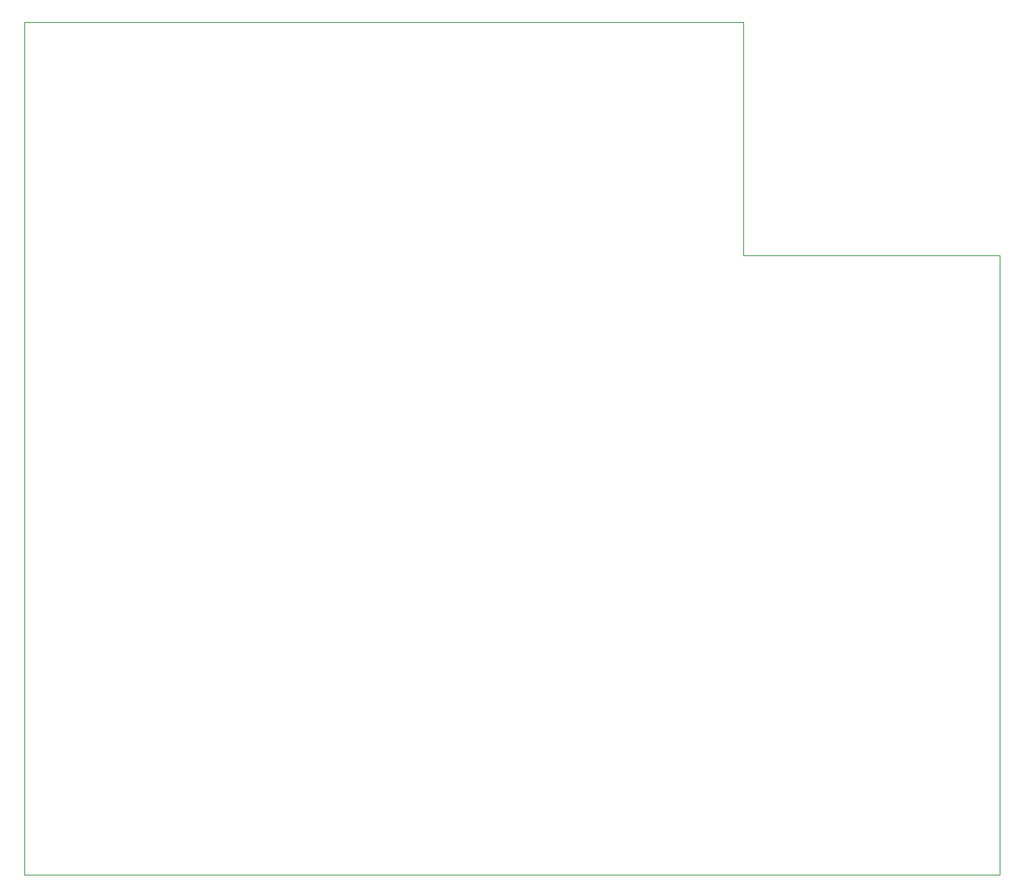
<source format=gbr>
%TF.GenerationSoftware,KiCad,Pcbnew,8.0.7*%
%TF.CreationDate,2024-12-29T01:14:19+01:00*%
%TF.ProjectId,DrinkoMat,4472696e-6b6f-44d6-9174-2e6b69636164,rev?*%
%TF.SameCoordinates,Original*%
%TF.FileFunction,Profile,NP*%
%FSLAX46Y46*%
G04 Gerber Fmt 4.6, Leading zero omitted, Abs format (unit mm)*
G04 Created by KiCad (PCBNEW 8.0.7) date 2024-12-29 01:14:19*
%MOMM*%
%LPD*%
G01*
G04 APERTURE LIST*
%TA.AperFunction,Profile*%
%ADD10C,0.050000*%
%TD*%
G04 APERTURE END LIST*
D10*
X95500000Y-39500000D02*
X95500000Y-13500000D01*
X15500000Y-108500000D02*
X124000000Y-108500000D01*
X15500000Y-13500000D02*
X15500000Y-108500000D01*
X95500000Y-13500000D02*
X15500000Y-13500000D01*
X124000000Y-108500000D02*
X124000000Y-39500000D01*
X124000000Y-39500000D02*
X95500000Y-39500000D01*
M02*

</source>
